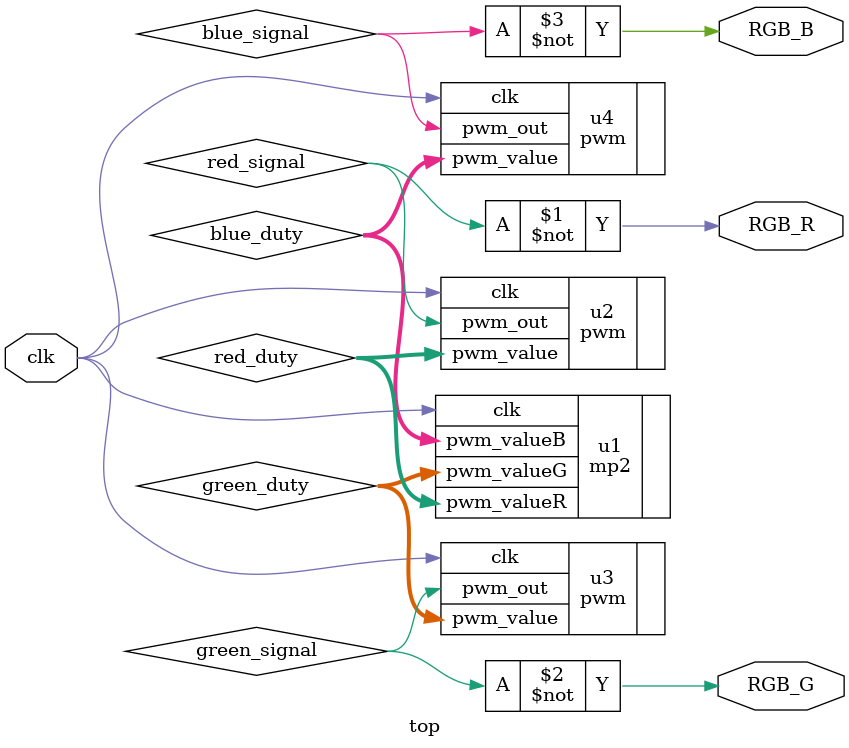
<source format=sv>
`include "mp2.sv"
`include "pwm.sv"


module top #(
    parameter PWM_INTERVAL = 1200 // PWM period: 1200 cycles at 12MHz = 100us (10kHz PWM frequency)
)(
    input logic     clk,
    output logic    RGB_R, // Red LED output (active low)
    output logic    RGB_G, // Green LED output (active low)
    output logic    RGB_B // Blue LED output (active low)
);

    // Duty cycle values for each color channel (0 to PWM_INTERVAL-1)
    logic [$clog2(PWM_INTERVAL) - 1:0] red_duty;
    logic [$clog2(PWM_INTERVAL) - 1:0] green_duty;
    logic [$clog2(PWM_INTERVAL) - 1:0] blue_duty;
    logic red_signal;
    logic green_signal;
    logic blue_signal;

    mp2 #(
        .PWM_INTERVAL   (PWM_INTERVAL)
    ) u1 (
        .clk            (clk), 
        .pwm_valueR     (red_duty), 
        .pwm_valueG     (green_duty), 
        .pwm_valueB     (blue_duty)
    );

    // red channel PWM generator
    pwm #(
        .PWM_INTERVAL   (PWM_INTERVAL)
    ) u2 (
        .clk            (clk), 
        .pwm_value      (red_duty), 
        .pwm_out        (red_signal)
    );
    
    // green channel PWM generator
    pwm #(
        .PWM_INTERVAL   (PWM_INTERVAL)
    ) u3 (
        .clk            (clk), 
        .pwm_value      (green_duty), 
        .pwm_out        (green_signal)
    );
    
    // blue channel PWM generator
    pwm #(
        .PWM_INTERVAL   (PWM_INTERVAL)
    ) u4 (
        .clk            (clk), 
        .pwm_value      (blue_duty), 
        .pwm_out        (blue_signal)
    );

    // Invert PWM signals for common anode RGB LED configuration
    assign RGB_R = ~red_signal;   
    assign RGB_G = ~green_signal;
    assign RGB_B = ~blue_signal;

endmodule
</source>
